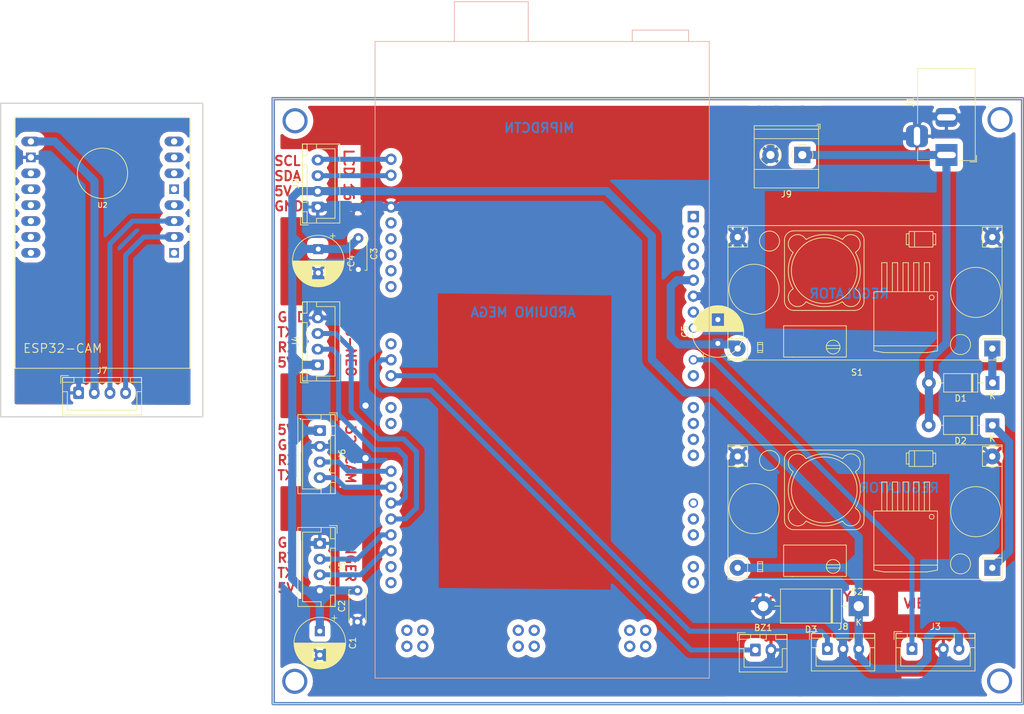
<source format=kicad_pcb>
(kicad_pcb (version 20221018) (generator pcbnew)
  (layers (0 "F.Cu" signal) (31 "B.Cu" signal) (34 "B.Paste" user) (35 "F.Paste" user) (36 "B.SilkS" user "B.Silkscreen") (37 "F.SilkS" user "F.Silkscreen") (38 "B.Mask" user) (39 "F.Mask" user) (44 "Edge.Cuts" user))
  (net 0 "")
  (net 4 "/D4 to relay")
  (net 5 "/D5 to buzzer")
  (net 6 "+5V")
  (net 8 "Net-(D1-K)")
  (net 12 "/RX Finger")
  (net 13 "/TX Finger")
  (net 14 "/RX GPS")
  (net 15 "/TX GPS")
  (net 30 "/A0 vibration")
  (net 41 "GND")
  (net 46 "/SCL")
  (net 47 "/SDA")
  (net 48 "+12V")
  (net 50 "/TX32cam")
  (net 51 "/RX32cam")
  (net 66 "Net-(D2-K)")
  (net 67 "/Vin 5V")
  (footprint "Diode_THT:D_DO-41_SOD81_P10.16mm_Horizontal" (layer "F.Cu") (at 261.359217 95.374747 180)
    (fp_text reference "D1" (at 5.08 -2.47) (layer "F.SilkS"))
    (fp_text value "1N5392")
    (fp_text user "K" (at 0 -2.1) (layer "F.SilkS"))
    (pad "1" thru_hole rect (at 0 0 180) (size 2.2 2.2) (drill 1.1) (layers "*.Cu" "*.Mask") (net 8 "Net-(D1-K)"))
    (pad "2" thru_hole oval (at 10.16 0 180) (size 2.2 2.2) (drill 1.1) (layers "*.Cu" "*.Mask") (net 48 "+12V"))
  )
  (footprint "Connector_JST:JST_XH_B4B-XH-A_1x04_P2.50mm_Vertical" (layer "F.Cu") (at 115.5 96.9765)
    (fp_text reference "J7" (at 3.75 -3.55) (layer "F.SilkS"))
    (fp_text value "pin esp32cam")
    (pad "1" thru_hole roundrect (at 0 0) (size 1.7 1.95) (drill 0.95) (layers "*.Cu" "*.Mask") (roundrect_rratio 0.147059) (net 41 "GND"))
    (pad "2" thru_hole oval (at 2.5 0) (size 1.7 1.95) (drill 0.95) (layers "*.Cu" "*.Mask") (net 6 "+5V"))
    (pad "3" thru_hole oval (at 5 0) (size 1.7 1.95) (drill 0.95) (layers "*.Cu" "*.Mask") (net 51 "/RX32cam"))
    (pad "4" thru_hole oval (at 7.5 0) (size 1.7 1.95) (drill 0.95) (layers "*.Cu" "*.Mask") (net 50 "/TX32cam"))
  )
  (footprint "Diode_THT:D_DO-41_SOD81_P10.16mm_Horizontal" (layer "F.Cu") (at 261.330949 102.144022 180)
    (fp_text reference "D2" (at 5.08 -2.47) (layer "F.SilkS"))
    (fp_text value "1N5392")
    (fp_text user "K" (at 0 -2.1) (layer "F.SilkS"))
    (pad "1" thru_hole rect (at 0 0 180) (size 2.2 2.2) (drill 1.1) (layers "*.Cu" "*.Mask") (net 66 "Net-(D2-K)"))
    (pad "2" thru_hole oval (at 10.16 0 180) (size 2.2 2.2) (drill 1.1) (layers "*.Cu" "*.Mask") (net 48 "+12V"))
  )
  (footprint "stepdown:YAAJ_DCDC_StepDown_LM2596" (layer "F.Cu") (at 261.32 89.89 180)
    (fp_text reference "S1" (at 21.59 -3.81) (layer "F.SilkS"))
    (fp_text value "~")
    (pad "1" thru_hole rect (at 0 0 180) (size 2.54 2.54) (drill 1) (layers "*.Cu" "*.Mask") (net 8 "Net-(D1-K)"))
    (pad "2" thru_hole circle (at 0 17.78 180) (size 2.54 2.54) (drill 1) (layers "*.Cu" "*.Mask") (net 41 "GND"))
    (pad "3" thru_hole circle (at 40.64 17.78 180) (size 2.54 2.54) (drill 1) (layers "*.Cu" "*.Mask") (net 41 "GND"))
    (pad "4" thru_hole circle (at 40.64 0 180) (size 2.54 2.54) (drill 1) (layers "*.Cu" "*.Mask") (net 67 "/Vin 5V"))
  )
  (footprint "TerminalBlock_Phoenix:TerminalBlock_Phoenix_MKDS-1,5-2-5.08_1x02_P5.08mm_Horizontal" (layer "F.Cu") (at 231 59 180)
    (fp_text reference "J9" (at 2.54 -6.26) (layer "F.SilkS"))
    (fp_text value "IN batt lipo")
    (pad "1" thru_hole rect (at 0 0 180) (size 2.6 2.6) (drill 1.3) (layers "*.Cu" "*.Mask") (net 48 "+12V"))
    (pad "2" thru_hole circle (at 5.08 0 180) (size 2.6 2.6) (drill 1.3) (layers "*.Cu" "*.Mask") (net 41 "GND"))
  )
  (footprint "Connector_JST:JST_XH_B2B-XH-A_1x02_P2.50mm_Vertical" (layer "F.Cu") (at 223.5 138)
    (fp_text reference "BZ1" (at 1.25 -3.55) (layer "F.SilkS"))
    (fp_text value "Buzzer")
    (pad "1" thru_hole roundrect (at 0 0) (size 1.7 2) (drill 1) (layers "*.Cu" "*.Mask") (roundrect_rratio 0.147059) (net 5 "/D5 to buzzer"))
    (pad "2" thru_hole oval (at 2.5 0) (size 1.7 2) (drill 1) (layers "*.Cu" "*.Mask") (net 41 "GND"))
  )
  (footprint "Connector_JST:JST_XH_B3B-XH-A_1x03_P2.50mm_Vertical" (layer "F.Cu") (at 235 137.83)
    (fp_text reference "J8" (at 2.5 -3.55) (layer "F.SilkS"))
    (fp_text value "uno to relay")
    (pad "1" thru_hole roundrect (at 0 0) (size 1.7 1.95) (drill 0.95) (layers "*.Cu" "*.Mask") (roundrect_rratio 0.147059) (net 4 "/D4 to relay"))
    (pad "2" thru_hole oval (at 2.5 0) (size 1.7 1.95) (drill 0.95) (layers "*.Cu" "*.Mask") (net 41 "GND"))
    (pad "3" thru_hole oval (at 5 0) (size 1.7 1.95) (drill 0.95) (layers "*.Cu" "*.Mask") (net 6 "+5V"))
  )
  (footprint "stepdown:YAAJ_DCDC_StepDown_LM2596" (layer "F.Cu") (at 261.32 124.89 180)
    (fp_text reference "S2" (at 21.59 -3.81) (layer "F.SilkS"))
    (fp_text value "~")
    (pad "1" thru_hole rect (at 0 0 180) (size 2.54 2.54) (drill 1) (layers "*.Cu" "*.Mask") (net 66 "Net-(D2-K)"))
    (pad "2" thru_hole circle (at 0 17.78 180) (size 2.54 2.54) (drill 1) (layers "*.Cu" "*.Mask") (net 41 "GND"))
    (pad "3" thru_hole circle (at 40.64 17.78 180) (size 2.54 2.54) (drill 1) (layers "*.Cu" "*.Mask") (net 41 "GND"))
    (pad "4" thru_hole circle (at 40.64 0 180) (size 2.54 2.54) (drill 1) (layers "*.Cu" "*.Mask") (net 6 "+5V"))
  )
  (footprint "Capacitor_THT:C_Disc_D5.0mm_W2.5mm_P5.00mm" (layer "F.Cu") (at 160.142915 72.279983 -90)
    (fp_text reference "C3" (at 2.5 -2.5 90) (layer "F.SilkS"))
    (fp_text value "C")
    (pad "1" thru_hole circle (at 0 0 270) (size 1.6 1.6) (drill 0.8) (layers "*.Cu" "*.Mask") (net 6 "+5V"))
    (pad "2" thru_hole circle (at 5 0 270) (size 1.6 1.6) (drill 0.8) (layers "*.Cu" "*.Mask") (net 41 "GND"))
  )
  (footprint "Connector_JST:JST_XH_B4B-XH-A_1x04_P2.50mm_Vertical" (layer "F.Cu") (at 248.5 137.83)
    (fp_text reference "J3" (at 3.75 -3.55) (layer "F.SilkS"))
    (fp_text value "vibra SW-18010p")
    (pad "1" thru_hole roundrect (at 0 0) (size 1.7 1.95) (drill 0.95) (layers "*.Cu" "*.Mask") (roundrect_rratio 0.147059) (net 30 "/A0 vibration"))
    (pad "3" thru_hole oval (at 5 0) (size 1.7 1.95) (drill 0.95) (layers "*.Cu" "*.Mask") (net 41 "GND"))
    (pad "4" thru_hole oval (at 7.5 0) (size 1.7 1.95) (drill 0.95) (layers "*.Cu" "*.Mask") (net 6 "+5V"))
  )
  (footprint "Connector_JST:JST_XH_B4B-XH-A_1x04_P2.50mm_Vertical" (layer "F.Cu") (at 153.67 67.31 90)
    (fp_text reference "J2" (at 3.75 -3.55 90) (layer "F.SilkS"))
    (fp_text value "LCD 16x2")
    (pad "1" thru_hole roundrect (at 0 0 90) (size 1.7 1.95) (drill 0.95) (layers "*.Cu" "*.Mask") (roundrect_rratio 0.147059) (net 41 "GND"))
    (pad "2" thru_hole oval (at 2.5 0 90) (size 1.7 1.95) (drill 0.95) (layers "*.Cu" "*.Mask") (net 6 "+5V"))
    (pad "3" thru_hole oval (at 5 0 90) (size 1.7 1.95) (drill 0.95) (layers "*.Cu" "*.Mask") (net 47 "/SDA"))
    (pad "4" thru_hole oval (at 7.5 0 90) (size 1.7 1.95) (drill 0.95) (layers "*.Cu" "*.Mask") (net 46 "/SCL"))
  )
  (footprint "Connector_JST:JST_XH_B4B-XH-A_1x04_P2.50mm_Vertical" (layer "F.Cu") (at 154 121 -90)
    (fp_text reference "J5" (at 3.75 -3.55 -90) (layer "F.SilkS"))
    (fp_text value "Finger print FPM10A")
    (pad "1" thru_hole roundrect (at 0 0 270) (size 1.7 1.95) (drill 0.95) (layers "*.Cu" "*.Mask") (roundrect_rratio 0.147059) (net 41 "GND"))
    (pad "2" thru_hole oval (at 2.5 0 270) (size 1.7 1.95) (drill 0.95) (layers "*.Cu" "*.Mask") (net 12 "/RX Finger"))
    (pad "3" thru_hole oval (at 5 0 270) (size 1.7 1.95) (drill 0.95) (layers "*.Cu" "*.Mask") (net 13 "/TX Finger"))
    (pad "4" thru_hole oval (at 7.5 0 270) (size 1.7 1.95) (drill 0.95) (layers "*.Cu" "*.Mask") (net 6 "+5V"))
  )
  (footprint "Connector_JST:JST_XH_B4B-XH-A_1x04_P2.50mm_Vertical" (layer "F.Cu") (at 153.67 92.5 90)
    (fp_text reference "J4" (at 3.75 -3.55 90) (layer "F.SilkS"))
    (fp_text value "GPS NEO 6M v2")
    (pad "1" thru_hole roundrect (at 0 0 90) (size 1.7 1.95) (drill 0.95) (layers "*.Cu" "*.Mask") (roundrect_rratio 0.147059) (net 6 "+5V"))
    (pad "2" thru_hole oval (at 2.5 0 90) (size 1.7 1.95) (drill 0.95) (layers "*.Cu" "*.Mask") (net 14 "/RX GPS"))
    (pad "3" thru_hole oval (at 5 0 90) (size 1.7 1.95) (drill 0.95) (layers "*.Cu" "*.Mask") (net 15 "/TX GPS"))
    (pad "4" thru_hole oval (at 7.5 0 90) (size 1.7 1.95) (drill 0.95) (layers "*.Cu" "*.Mask") (net 41 "GND"))
  )
  (footprint "Capacitor_THT:CP_Radial_D8.0mm_P3.80mm" (layer "F.Cu") (at 217.520785 89.074829 90)
    (fp_text reference "C5" (at 1.9 -5.25 90) (layer "F.SilkS"))
    (fp_text value "1000uF")
    (pad "1" thru_hole rect (at 0 0 90) (size 1.6 1.6) (drill 0.8) (layers "*.Cu" "*.Mask") (net 67 "/Vin 5V"))
    (pad "2" thru_hole circle (at 3.8 0 90) (size 1.6 1.6) (drill 0.8) (layers "*.Cu" "*.Mask") (net 41 "GND"))
  )
  (footprint "Capacitor_THT:CP_Radial_D8.0mm_P3.80mm" (layer "F.Cu") (at 153.74434 74.027089 -90)
    (fp_text reference "C4" (at 1.9 -5.25 90) (layer "F.SilkS"))
    (fp_text value "2200uF")
    (pad "1" thru_hole rect (at 0 0 270) (size 1.6 1.6) (drill 0.8) (layers "*.Cu" "*.Mask") (net 6 "+5V"))
    (pad "2" thru_hole circle (at 3.8 0 270) (size 1.6 1.6) (drill 0.8) (layers "*.Cu" "*.Mask") (net 41 "GND"))
  )
  (footprint "Diode_THT:D_DO-201AD_P15.24mm_Horizontal" (layer "F.Cu") (at 240 131 180)
    (fp_text reference "D3" (at 7.62 -3.72 180) (layer "F.SilkS"))
    (fp_text value "1N5822")
    (fp_text user "K" (at 0 -2.6 180) (layer "F.SilkS"))
    (pad "1" thru_hole rect (at 0 0 180) (size 3.2 3.2) (drill 1.6) (layers "*.Cu" "*.Mask") (net 6 "+5V"))
    (pad "2" thru_hole oval (at 15.24 0 180) (size 3.2 3.2) (drill 1.6) (layers "*.Cu" "*.Mask") (net 41 "GND"))
  )
  (footprint "Capacitor_THT:CP_Radial_D8.0mm_P3.80mm" (layer "F.Cu") (at 154 135 -90)
    (fp_text reference "C1" (at 1.9 -5.25 90) (layer "F.SilkS"))
    (fp_text value "2200uF")
    (pad "1" thru_hole rect (at 0 0 270) (size 1.6 1.6) (drill 0.8) (layers "*.Cu" "*.Mask") (net 6 "+5V"))
    (pad "2" thru_hole circle (at 3.8 0 270) (size 1.6 1.6) (drill 0.8) (layers "*.Cu" "*.Mask") (net 41 "GND"))
  )
  (footprint "ESP32CAM:ESP32-CAM" (layer "F.Cu") (at 119.31 67.006 180)
    (fp_text reference "U2" (at 0 0) (layer "F.SilkS") (effects (font (size 0.787402 0.787402))))
    (fp_text value "ESP32-CAM")
    (fp_text user "ESP32-CAM" (at 6.35 -22.86) (layer "F.SilkS") (effects (font (size 1.4 1.4))))
    (pad "P$1" thru_hole rect (at -11.43 -7.62 180) (size 1.524 1.524) (drill 1.016) (layers "*.Cu" "*.Mask"))
    (pad "P$2" thru_hole oval (at -11.43 -5.08 180) (size 3.048 1.524) (drill 1.016) (layers "*.Cu" "*.Mask") (net 50 "/TX32cam"))
    (pad "P$3" thru_hole oval (at -11.43 -2.54 180) (size 3.048 1.524) (drill 1.016) (layers "*.Cu" "*.Mask") (net 51 "/RX32cam"))
    (pad "P$4" thru_hole oval (at -11.43 0 180) (size 3.048 1.524) (drill 1.016) (layers "*.Cu" "*.Mask"))
    (pad "P$5" thru_hole rect (at -11.43 2.54 180) (size 1.524 1.524) (drill 1.016) (layers "*.Cu" "*.Mask"))
    (pad "P$6" thru_hole oval (at -11.43 5.08 180) (size 3.048 1.524) (drill 1.016) (layers "*.Cu" "*.Mask"))
    (pad "P$7" thru_hole oval (at -11.43 7.62 180) (size 3.048 1.524) (drill 1.016) (layers "*.Cu" "*.Mask"))
    (pad "P$8" thru_hole oval (at -11.43 10.16 180) (size 3.048 1.524) (drill 1.016) (layers "*.Cu" "*.Mask"))
    (pad "P$9" thru_hole oval (at 11.43 10.16 180) (size 3.048 1.524) (drill 1.016) (layers "*.Cu" "*.Mask") (net 6 "+5V"))
    (pad "P$10" thru_hole rect (at 11.43 7.62 180) (size 1.524 1.524) (drill 1.016) (layers "*.Cu" "*.Mask") (net 41 "GND"))
    (pad "P$11" thru_hole oval (at 11.43 5.08 180) (size 3.048 1.524) (drill 1.016) (layers "*.Cu" "*.Mask"))
    (pad "P$12" thru_hole oval (at 11.43 2.54 180) (size 3.048 1.524) (drill 1.016) (layers "*.Cu" "*.Mask"))
    (pad "P$13" thru_hole oval (at 11.43 0 180) (size 3.048 1.524) (drill 1.016) (layers "*.Cu" "*.Mask"))
    (pad "P$14" thru_hole oval (at 11.43 -2.54 180) (size 3.048 1.524) (drill 1.016) (layers "*.Cu" "*.Mask"))
    (pad "P$15" thru_hole oval (at 11.43 -5.08 180) (size 3.048 1.524) (drill 1.016) (layers "*.Cu" "*.Mask"))
    (pad "P$16" thru_hole oval (at 11.43 -7.62 180) (size 3.048 1.524) (drill 1.016) (layers "*.Cu" "*.Mask"))
  )
  (footprint "Capacitor_THT:C_Disc_D5.0mm_W2.5mm_P5.00mm" (layer "F.Cu") (at 160 133.514075 90)
    (fp_text reference "C2" (at 2.5 -2.5 90) (layer "F.SilkS"))
    (fp_text value "C")
    (pad "1" thru_hole circle (at 0 0 90) (size 1.6 1.6) (drill 0.8) (layers "*.Cu" "*.Mask") (net 6 "+5V"))
    (pad "2" thru_hole circle (at 5 0 90) (size 1.6 1.6) (drill 0.8) (layers "*.Cu" "*.Mask") (net 41 "GND"))
  )
  (footprint "Connector_BarrelJack:BarrelJack_Horizontal" (layer "F.Cu") (at 254 59 -90)
    (fp_text reference "J1" (at -8.45 5.75 90) (layer "F.SilkS"))
    (fp_text value "Power")
    (pad "1" thru_hole rect (at 0 0 270) (size 3.5 3.5) (drill oval 1 3) (layers "*.Cu" "*.Mask") (net 48 "+12V"))
    (pad "2" thru_hole roundrect (at -6 0 270) (size 3 3.5) (drill oval 1 3) (layers "*.Cu" "*.Mask") (net 41 "GND"))
    (pad "3" thru_hole roundrect (at -3 4.7 270) (size 3.5 3.5) (drill oval 3 1) (layers "*.Cu" "*.Mask") (net 41 "GND"))
  )
  (footprint "Connector_JST:JST_XH_B4B-XH-A_1x04_P2.50mm_Vertical" (layer "F.Cu") (at 154 103 -90)
    (fp_text reference "J6" (at 3.75 -3.55 90) (layer "F.SilkS"))
    (fp_text value "pin esp32cam")
    (pad "1" thru_hole roundrect (at 0 0 270) (size 1.7 1.95) (drill 0.95) (layers "*.Cu" "*.Mask") (roundrect_rratio 0.147059) (net 6 "+5V"))
    (pad "2" thru_hole oval (at 2.5 0 270) (size 1.7 1.95) (drill 0.95) (layers "*.Cu" "*.Mask") (net 41 "GND"))
    (pad "3" thru_hole oval (at 5 0 270) (size 1.7 1.95) (drill 0.95) (layers "*.Cu" "*.Mask") (net 51 "/RX32cam"))
    (pad "4" thru_hole oval (at 7.5 0 270) (size 1.7 1.95) (drill 0.95) (layers "*.Cu" "*.Mask") (net 50 "/TX32cam"))
  )
  (footprint "Arduino mega:ARDUINO_A000067" (layer "B.Cu") (at 189.484 91.694 180)
    (fp_text reference "A2" hide)
    (fp_text value "A000067")
    (pad "1" thru_hole circle (at 24.13 -10.16 180) (size 1.8 1.8) (drill 1) (layers "*.Cu" "*.Mask"))
    (pad "2" thru_hole circle (at 24.13 -7.62 180) (size 1.8 1.8) (drill 1) (layers "*.Cu" "*.Mask"))
    (pad "3V3" thru_hole circle (at -24.13 15.24 180) (size 1.8 1.8) (drill 1) (layers "*.Cu" "*.Mask"))
    (pad "4" thru_hole circle (at 24.13 -2.54 180) (size 1.8 1.8) (drill 1) (layers "*.Cu" "*.Mask") (net 4 "/D4 to relay"))
    (pad "5" thru_hole circle (at 24.13 0 180) (size 1.8 1.8) (drill 1) (layers "*.Cu" "*.Mask") (net 5 "/D5 to buzzer"))
    (pad "5V_1" thru_hole circle (at -24.13 12.7 180) (size 1.8 1.8) (drill 1) (layers "*.Cu" "*.Mask") (net 67 "/Vin 5V"))
    (pad "6" thru_hole circle (at 24.13 2.54 180) (size 1.8 1.8) (drill 1) (layers "*.Cu" "*.Mask"))
    (pad "9" thru_hole circle (at 24.13 11.684 180) (size 1.8 1.8) (drill 1) (layers "*.Cu" "*.Mask"))
    (pad "10" thru_hole circle (at 24.13 14.224 180) (size 1.8 1.8) (drill 1) (layers "*.Cu" "*.Mask"))
    (pad "11" thru_hole circle (at 24.13 16.764 180) (size 1.8 1.8) (drill 1) (layers "*.Cu" "*.Mask"))
    (pad "12" thru_hole circle (at 24.13 19.304 180) (size 1.8 1.8) (drill 1) (layers "*.Cu" "*.Mask"))
    (pad "13" thru_hole circle (at 24.13 21.844 180) (size 1.8 1.8) (drill 1) (layers "*.Cu" "*.Mask"))
    (pad "14" thru_hole circle (at 24.13 -17.78 180) (size 1.8 1.8) (drill 1) (layers "*.Cu" "*.Mask") (net 51 "/RX32cam"))
    (pad "15" thru_hole circle (at 24.13 -20.32 180) (size 1.8 1.8) (drill 1) (layers "*.Cu" "*.Mask") (net 50 "/TX32cam"))
    (pad "16" thru_hole circle (at 24.13 -22.86 180) (size 1.8 1.8) (drill 1) (layers "*.Cu" "*.Mask") (net 14 "/RX GPS"))
    (pad "17" thru_hole circle (at 24.13 -25.4 180) (size 1.8 1.8) (drill 1) (layers "*.Cu" "*.Mask") (net 15 "/TX GPS"))
    (pad "18" thru_hole circle (at 24.13 -27.94 180) (size 1.8 1.8) (drill 1) (layers "*.Cu" "*.Mask") (net 12 "/RX Finger"))
    (pad "19" thru_hole circle (at 24.13 -30.48 180) (size 1.8 1.8) (drill 1) (layers "*.Cu" "*.Mask") (net 13 "/TX Finger"))
    (pad "20" thru_hole circle (at 24.13 -33.02 180) (size 1.8 1.8) (drill 1) (layers "*.Cu" "*.Mask"))
    (pad "21" thru_hole circle (at 24.13 -35.56 180) (size 1.8 1.8) (drill 1) (layers "*.Cu" "*.Mask"))
    (pad "22" thru_hole circle (at 21.59 -43.18 180) (size 1.8 1.8) (drill 1) (layers "*.Cu" "*.Mask"))
    (pad "23" thru_hole circle (at 21.59 -45.72 180) (size 1.8 1.8) (drill 1) (layers "*.Cu" "*.Mask"))
    (pad "24" thru_hole circle (at 19.05 -43.18 180) (size 1.8 1.8) (drill 1) (layers "*.Cu" "*.Mask"))
    (pad "25" thru_hole circle (at 19.05 -45.72 180) (size 1.8 1.8) (drill 1) (layers "*.Cu" "*.Mask"))
    (pad "36" thru_hole circle (at 3.81 -43.18 180) (size 1.8 1.8) (drill 1) (layers "*.Cu" "*.Mask"))
    (pad "37" thru_hole circle (at 3.81 -45.72 180) (size 1.8 1.8) (drill 1) (layers "*.Cu" "*.Mask"))
    (pad "38" thru_hole circle (at 1.27 -43.18 180) (size 1.8 1.8) (drill 1) (layers "*.Cu" "*.Mask"))
    (pad "39" thru_hole circle (at 1.27 -45.72 180) (size 1.8 1.8) (drill 1) (layers "*.Cu" "*.Mask"))
    (pad "50" thru_hole circle (at -13.97 -43.18 180) (size 1.8 1.8) (drill 1) (layers "*.Cu" "*.Mask"))
    (pad "51" thru_hole circle (at -13.97 -45.72 180) (size 1.8 1.8) (drill 1) (layers "*.Cu" "*.Mask"))
    (pad "52" thru_hole circle (at -16.51 -43.18 180) (size 1.8 1.8) (drill 1) (layers "*.Cu" "*.Mask"))
    (pad "53" thru_hole circle (at -16.51 -45.72 180) (size 1.8 1.8) (drill 1) (layers "*.Cu" "*.Mask"))
    (pad "AD0" thru_hole circle (at -24.13 0 180) (size 1.5 1.5) (drill 1) (layers "*.Cu" "*.Mask") (net 30 "/A0 vibration"))
    (pad "AD1" thru_hole circle (at -24.13 -2.54 180) (size 1.8 1.8) (drill 1) (layers "*.Cu" "*.Mask"))
    (pad "AD3" thru_hole circle (at -24.13 -7.62 180) (size 1.8 1.8) (drill 1) (layers "*.Cu" "*.Mask"))
    (pad "AD4" thru_hole circle (at -24.13 -10.16 180) (size 1.8 1.8) (drill 1) (layers "*.Cu" "*.Mask"))
    (pad "AD5" thru_hole circle (at -24.13 -12.7 180) (size 1.8 1.8) (drill 1) (layers "*.Cu" "*.Mask"))
    (pad "AD6" thru_hole circle (at -24.13 -15.24 180) (size 1.8 1.8) (drill 1) (layers "*.Cu" "*.Mask"))
    (pad "AD8" thru_hole circle (at -24.13 -22.86 180) (size 1.5 1.5) (drill 1) (layers "*.Cu" "*.Mask"))
    (pad "AD9" thru_hole circle (at -24.13 -25.4 180) (size 1.8 1.8) (drill 1) (layers "*.Cu" "*.Mask"))
    (pad "AD10" thru_hole circle (at -24.13 -27.94 180) (size 1.8 1.8) (drill 1) (layers "*.Cu" "*.Mask"))
    (pad "AD12" thru_hole circle (at -24.13 -33.02 180) (size 1.8 1.8) (drill 1) (layers "*.Cu" "*.Mask"))
    (pad "AD13" thru_hole circle (at -24.13 -35.56 180) (size 1.8 1.8) (drill 1) (layers "*.Cu" "*.Mask"))
    (pad "GND1" thru_hole circle (at -24.13 10.16 180) (size 1.8 1.8) (drill 1) (layers "*.Cu" "*.Mask") (net 41 "GND"))
    (pad "GND2" thru_hole circle (at -24.13 7.62 180) (size 1.8 1.8) (drill 1) (layers "*.Cu" "*.Mask"))
    (pad "GND3" thru_hole circle (at 24.13 24.384 180) (size 1.8 1.8) (drill 1) (layers "*.Cu" "*.Mask") (net 41 "GND"))
    (pad "IOREF" thru_hole circle (at -24.13 20.32 180) (size 1.8 1.8) (drill 1) (layers "*.Cu" "*.Mask"))
    (pad "NC" thru_hole rect (at -24.13 22.86 180) (size 1.8 1.8) (drill 1) (layers "*.Cu" "*.Mask"))
    (pad "RESET" thru_hole circle (at -24.13 17.78 180) (size 1.8 1.8) (drill 1) (layers "*.Cu" "*.Mask"))
    (pad "SCL" thru_hole circle (at 24.13 32.004 180) (size 1.8 1.8) (drill 1) (layers "*.Cu" "*.Mask") (net 46 "/SCL"))
    (pad "SDA" thru_hole circle (at 24.13 29.464 180) (size 1.8 1.8) (drill 1) (layers "*.Cu" "*.Mask") (net 47 "/SDA"))
    (pad "VIN" thru_hole circle (at -24.13 5.08 180) (size 1.5 1.5) (drill 1) (layers "*.Cu" "*.Mask"))
  )
  (gr_rect (start 146.558 50.004) (end 266.142 146.558) (stroke (width 0.5)) (fill none) (layer "F.Cu"))
  (gr_rect (start 146.558 50.004) (end 266.142 146.558) (stroke (width 0.5)) (fill none) (layer "B.Cu"))
  (gr_rect (start 146.558 50.004) (end 266.142 146.558) (stroke (width 0.2)) (fill none) (layer "Edge.Cuts"))
  (gr_rect (start 103.054 50.75) (end 135.312 100.788) (stroke (width 0.2)) (fill none) (layer "Edge.Cuts"))
  (gr_text "D4 G 5V\n\n" (at 231.618 147.83) (layer "F.Cu") (effects (font (size 1.5 1.5) (thickness 0.3) bold) (justify left bottom)))
  (gr_text "FINGER" (at 158 119 -90) (layer "F.Cu") (effects (font (size 1.5 1.5) (thickness 0.3) bold) (justify left bottom)))
  (gr_text "32-CAM" (at 158 102 270) (layer "F.Cu") (effects (font (size 1.5 1.5) (thickness 0.3) bold) (justify left bottom)))
  (gr_text "GND\nTX\nRX\n5V" (at 147.066 93) (layer "F.Cu") (effects (font (size 1.5 1.5) (thickness 0.3) bold) (justify left bottom)))
  (gr_text "LCD 16x2" (at 157.734 57.912 270) (layer "F.Cu") (effects (font (size 1.5 1.5) (thickness 0.3) bold) (justify left bottom)))
  (gr_text "GPS-NEO" (at 158.055193 83.363714 270) (layer "F.Cu") (effects (font (size 1.5 1.5) (thickness 0.3) bold) (justify left bottom)))
  (gr_text "GND 12V" (at 223 53) (layer "F.Cu") (effects (font (size 1.5 1.5) (thickness 0.3) bold) (justify left bottom)))
  (gr_text "A0  G 5V\n" (at 247.541748 145) (layer "F.Cu") (effects (font (size 1.5 1.5) (thickness 0.3) bold) (justify left bottom)))
  (gr_text "G\nRX\nTX\n5V" (at 147.066 129) (layer "F.Cu") (effects (font (size 1.5 1.5) (thickness 0.3) bold) (justify left bottom)))
  (gr_text "5V\nG\nRX\nTX" (at 147.066 111) (layer "F.Cu") (effects (font (size 1.5 1.5) (thickness 0.3) bold) (justify left bottom)))
  (gr_text "SCL\nSDA\n5V\nGND" (at 146.558 68.072) (layer "F.Cu") (effects (font (size 1.5 1.5) (thickness 0.3) bold) (justify left bottom)))
  (gr_text "BUZZER" (at 219.456 131.318) (layer "F.Cu") (effects (font (size 1.5 1.5) (thickness 0.3) bold) (justify left bottom)))
  (gr_text "VIBRATION" (at 247 131.455236) (layer "F.Cu") (effects (font (size 1.5 1.5) (thickness 0.3) bold) (justify left bottom)))
  (gr_text "RELAY" (at 231.979928 130.37746) (layer "F.Cu") (effects (font (size 1.5 1.5) (thickness 0.3) bold) (justify left bottom)))
  (gr_text "D4  GND" (at 219.456 145.288) (layer "F.Cu") (effects (font (size 1.5 1.5) (thickness 0.3) bold) (justify left bottom)))
  (gr_text "REGULATOR" (at 253 113) (layer "B.Cu") (effects (font (size 1.5 1.5) (thickness 0.3) bold) (justify left bottom mirror)))
  (gr_text "MIPRDCTN" (at 194.777722 55.565547) (layer "B.Cu") (effects (font (size 1.5 1.5) (thickness 0.3) bold) (justify left bottom mirror)))
  (gr_text "ARDUINO MEGA" (at 195 85) (layer "B.Cu") (effects (font (size 1.5 1.5) (thickness 0.3) bold) (justify left bottom mirror)))
  (gr_text "REGULATOR" (at 245 82) (layer "B.Cu") (effects (font (size 1.5 1.5) (thickness 0.3) bold) (justify left bottom mirror)))
  (via (at 262.561201 53.352189) (size 4) (drill 3) (layers "F.Cu" "B.Cu") (net 0))
  (via (at 150.045968 53.541018) (size 4) (drill 3) (layers "F.Cu" "B.Cu") (net 0))
  (via (at 150 143) (size 4) (drill 3) (layers "F.Cu" "B.Cu") (net 0))
  (via (at 262.482953 142.945057) (size 4) (drill 3) (layers "F.Cu" "B.Cu") (net 0))
  (segment (start 235 137.83) (end 235 136) (width 0.8) (layer "B.Cu") (net 4))
  (segment (start 172.234 94.234) (end 165.354 94.234) (width 0.8) (layer "B.Cu") (net 4))
  (segment (start 235 136) (end 234 135) (width 0.8) (layer "B.Cu") (net 4))
  (segment (start 213 135) (end 172.234 94.234) (width 0.8) (layer "B.Cu") (net 4))
  (segment (start 234 135) (end 213 135) (width 0.8) (layer "B.Cu") (net 4))
  (segment (start 163.068 92.456) (end 163.83 91.694) (width 0.8) (layer "B.Cu") (net 5))
  (segment (start 163.068 95.758) (end 163.068 92.456) (width 0.8) (layer "B.Cu") (net 5))
  (segment (start 223.5 138) (end 213.208519 138) (width 0.8) (layer "B.Cu") (net 5))
  (segment (start 171.728519 96.52) (end 163.83 96.52) (width 0.8) (layer "B.Cu") (net 5))
  (segment (start 163.83 91.694) (end 165.354 91.694) (width 0.8) (layer "B.Cu") (net 5))
  (segment (start 213.208519 138) (end 171.728519 96.52) (width 0.8) (layer "B.Cu") (net 5))
  (segment (start 163.83 96.52) (end 163.068 95.758) (width 0.8) (layer "B.Cu") (net 5))
  (segment (start 152 103) (end 149.606 103) (width 1.3) (layer "B.Cu") (net 6))
  (segment (start 212.250747 96.912118) (end 207 91.661371) (width 1.3) (layer "B.Cu") (net 6))
  (segment (start 149.606 65.786) (end 149.606 72) (width 1.3) (layer "B.Cu") (net 6))
  (segment (start 252 135) (end 255.099582 135) (width 1.3) (layer "B.Cu") (net 6))
  (segment (start 207 91.661371) (end 207 72) (width 1.3) (layer "B.Cu") (net 6))
  (segment (start 152 128.5) (end 151.5 128.5) (width 1.3) (layer "B.Cu") (net 6))
  (segment (start 154 103) (end 152 103) (width 1.3) (layer "B.Cu") (net 6))
  (segment (start 149.606 103) (end 149.606 104) (width 1.3) (layer "B.Cu") (net 6))
  (segment (start 216.912118 96.912118) (end 212.250747 96.912118) (width 1.3) (layer "B.Cu") (net 6))
  (segment (start 249.377126 141) (end 251 139.377126) (width 1.3) (layer "B.Cu") (net 6))
  (segment (start 118.04 63.196) (end 111.69 56.846) (width 1.3) (layer "B.Cu") (net 6))
  (segment (start 238.11 125.11) (end 240 127) (width 1.3) (layer "B.Cu") (net 6))
  (segment (start 151.768 103) (end 151.606 103) (width 1.3) (layer "B.Cu") (net 6))
  (segment (start 154 74) (end 151 74) (width 1.3) (layer "B.Cu") (net 6))
  (segment (start 154 130.5) (end 156 128.5) (width 1.3) (layer "B.Cu") (net 6))
  (segment (start 240 137.83) (end 240 138.988685) (width 1.3) (layer "B.Cu") (net 6))
  (segment (start 149.606 110.208741) (end 149.606 108.966) (width 1.3) (layer "B.Cu") (net 6))
  (segment (start 111.69 56.846) (end 107.88 56.846) (width 1.3) (layer "B.Cu") (net 6))
  (segment (start 154 74) (end 158.419188 74) (width 1.3) (layer "B.Cu") (net 6))
  (segment (start 240 123) (end 240 120) (width 1.3) (layer "B.Cu") (net 6))
  (segment (start 256 135.900418) (end 256 137.83) (width 1.3) (layer "B.Cu") (net 6))
  (segment (start 251 139.377126) (end 251 136) (width 1.3) (layer "B.Cu") (net 6))
  (segment (start 151.606 103) (end 149.606 105) (width 1.3) (layer "B.Cu") (net 6))
  (segment (start 149.578741 126.578741) (end 149.578741 110.236) (width 1.3) (layer "B.Cu") (net 6))
  (segment (start 240 120) (end 216.912118 96.912118) (width 1.3) (layer "B.Cu") (net 6))
  (segment (start 151 92.5) (end 151 92.394) (width 1.3) (layer "B.Cu") (net 6))
  (segment (start 151.606 74) (end 149.606 72) (width 1.3) (layer "B.Cu") (net 6))
  (segment (start 238.11 124.89) (end 238.11 125.11) (width 1.3) (layer "B.Cu") (net 6))
  (segment (start 154 130.5) (end 152 128.5) (width 1.3) (layer "B.Cu") (net 6))
  (segment (start 149.606 101.854) (end 149.86 101.854) (width 0.8) (layer "B.Cu") (net 6))
  (segment (start 207 72) (end 199.77 64.77) (width 1.3) (layer "B.Cu") (net 6))
  (segment (start 149.606 93) (end 149.606 94) (width 1.3) (layer "B.Cu") (net 6))
  (segment (start 149.606 94) (end 149.606 95) (width 1.3) (layer "B.Cu") (net 6))
  (segment (start 149.606 105) (end 149.606 107) (width 1.3) (layer "B.Cu") (net 6))
  (segment (start 149.606 107) (end 149.606 108.821962) (width 1.3) (layer "B.Cu") (net 6))
  (segment (start 240 124.89) (end 238 124.89) (width 1.3) (layer "B.Cu") (net 6))
  (segment (start 118.04 96.998) (end 118.04 63.196) (width 1.3) (layer "B.Cu") (net 6))
  (segment (start 238.11 124.89) (end 240 123) (width 1.3) (layer "B.Cu") (net 6))
  (segment (start 242.011315 141) (end 249.377126 141) (width 1.3) (layer "B.Cu") (net 6))
  (segment (start 238 124.89) (end 220.68 124.89) (width 1.3) (layer "B.Cu") (net 6))
  (segment (start 149.606 101.854) (end 149.606 103) (width 1.3) (layer "B.Cu") (net 6))
  (segment (start 152 103) (end 151.768 103) (width 1.3) (layer "B.Cu") (net 6))
  (segment (start 149.606 91) (end 149.606 93) (width 1.3) (layer "B.Cu") (net 6))
  (segment (start 160 128.5) (end 156 128.5) (width 1.3) (layer "B.Cu") (net 6))
  (segment (start 149.606 96) (end 149.606 100.838) (width 1.3) (layer "B.Cu") (net 6))
  (segment (start 156 128.5) (end 152 128.5) (width 1.3) (layer "B.Cu") (net 6))
  (segment (start 151 92.394) (end 149.606 91) (width 1.3) (layer "B.Cu") (net 6))
  (segment (start 149.606 74) (end 149.606 76) (width 1.3) (layer "B.Cu") (net 6))
  (segment (start 149.606 104) (end 149.606 105) (width 1.3) (layer "B.Cu") (net 6))
  (segment (start 149.606 76) (end 149.606 91) (width 1.3) (layer "B.Cu") (net 6))
  (segment (start 151 92.606) (end 149.606 94) (width 1.3) (layer "B.Cu") (net 6))
  (segment (start 151 74) (end 149.606 74) (width 1.3) (layer "B.Cu") (net 6))
  (segment (start 151 74) (end 151.606 74) (width 1.3) (layer "B.Cu") (net 6))
  (segment (start 240 138.988685) (end 242.011315 141) (width 1.3) (layer "B.Cu") (net 6))
  (segment (start 154 131) (end 154 128.5) (width 1.3) (layer "B.Cu") (net 6))
  (segment (start 255.099582 135) (end 256 135.900418) (width 1.3) (layer "B.Cu") (net 6))
  (segment (start 151.768 103) (end 149.606 100.838) (width 1.3) (layer "B.Cu") (net 6))
  (segment (start 151.5 128.5) (end 149.578741 126.578741) (width 1.3) (layer "B.Cu") (net 6))
  (segment (start 240 127) (end 240 123) (width 1.3) (layer "B.Cu") (net 6))
  (segment (start 154 131) (end 154 130.5) (width 1.3) (layer "B.Cu") (net 6))
  (segment (start 149.578741 110.236) (end 149.606 110.208741) (width 0.8) (layer "B.Cu") (net 6))
  (segment (start 149.606 95) (end 149.606 96) (width 1.3) (layer "B.Cu") (net 6))
  (segment (start 149.606 72) (end 149.606 74) (width 1.3) (layer "B.Cu") (net 6))
  (segment (start 251 136) (end 252 135) (width 1.3) (layer "B.Cu") (net 6))
  (segment (start 158.419188 74) (end 160.052398 72.36679) (width 1.3) (layer "B.Cu") (net 6))
  (segment (start 153.67 92.5) (end 151 92.5) (width 1.3) (layer "B.Cu") (net 6))
  (segment (start 199.77 64.77) (end 150.622 64.77) (width 1.3) (layer "B.Cu") (net 6))
  (segment (start 240 137.83) (end 240 127) (width 1.3) (layer "B.Cu") (net 6))
  (segment (start 154 135) (end 154 131) (width 1.3) (layer "B.Cu") (net 6))
  (segment (start 151.606 74) (end 149.606 76) (width 1.3) (layer "B.Cu") (net 6))
  (segment (start 149.606 100.838) (end 149.606 101.854) (width 1.3) (layer "B.Cu") (net 6))
  (segment (start 151 92.394) (end 151 92.606) (width 1.3) (layer "B.Cu") (net 6))
  (segment (start 150.622 64.77) (end 149.606 65.786) (width 1.3) (layer "B.Cu") (net 6))
  (segment (start 238 124.89) (end 238.11 124.89) (width 1.3) (layer "B.Cu") (net 6))
  (segment (start 261.359217 95.374747) (end 261.32 95.33553) (width 1.3) (layer "B.Cu") (net 8))
  (segment (start 261.32 95.33553) (end 261.32 89.89) (width 1.3) (layer "B.Cu") (net 8))
  (segment (start 159.964 123.5) (end 163.83 119.634) (width 0.8) (layer "B.Cu") (net 12))
  (segment (start 154 123.5) (end 159.964 123.5) (width 0.8) (layer "B.Cu") (net 12))
  (segment (start 163.83 119.634) (end 165.354 119.634) (width 0.8) (layer "B.Cu") (net 12))
  (segment (start 160.512 126) (end 164.338 122.174) (width 0.8) (layer "B.Cu") (net 13))
  (segment (start 164.338 122.174) (end 165.354 122.174) (width 0.8) (layer "B.Cu") (net 13))
  (segment (start 155 126) (end 160.512 126) (width 0.8) (layer "B.Cu") (net 13))
  (segment (start 167.64 113.661515) (end 166.747515 114.554) (width 0.8) (layer "B.Cu") (net 14))
  (segment (start 153.67 90) (end 156 90) (width 0.8) (layer "B.Cu") (net 14))
  (segment (start 157 100.394764) (end 162.637456 106.03222) (width 0.8) (layer "B.Cu") (net 14))
  (segment (start 157 91) (end 157 100.394764) (width 0.8) (layer "B.Cu") (net 14))
  (segment (start 156 90) (end 157 91) (width 0.8) (layer "B.Cu") (net 14))
  (segment (start 162.637456 106.03222) (end 166.465401 106.03222) (width 0.8) (layer "B.Cu") (net 14))
  (segment (start 166.747515 114.554) (end 165.354 114.554) (width 0.8) (layer "B.Cu") (net 14))
  (segment (start 167.64 107.206819) (end 167.64 113.661515) (width 0.8) (layer "B.Cu") (net 14))
  (segment (start 166.465401 106.03222) (end 167.64 107.206819) (width 0.8) (layer "B.Cu") (net 14))
  (segment (start 169.418 115.316) (end 169.418 106.365957) (width 0.8) (layer "B.Cu") (net 15))
  (segment (start 159 99.917) (end 159 90) (width 0.8) (layer "B.Cu") (net 15))
  (segment (start 156.5 87.5) (end 153.67 87.5) (width 0.8) (layer "B.Cu") (net 15))
  (segment (start 167.373426 104.321383) (end 163.404383 104.321383) (width 0.8) (layer "B.Cu") (net 15))
  (segment (start 167.64 117.094) (end 169.418 115.316) (width 0.8) (layer "B.Cu") (net 15))
  (segment (start 159 90) (end 156.5 87.5) (width 0.8) (layer "B.Cu") (net 15))
  (segment (start 163.404383 104.321383) (end 159 99.917) (width 0.8) (layer "B.Cu") (net 15))
  (segment (start 169.418 106.365957) (end 167.373426 104.321383) (width 0.8) (layer "B.Cu") (net 15))
  (segment (start 165.354 117.094) (end 167.64 117.094) (width 0.8) (layer "B.Cu") (net 15))
  (segment (start 213.614 91.694) (end 216.694 91.694) (width 0.8) (layer "B.Cu") (net 30))
  (segment (start 216.694 91.694) (end 248.5 123.5) (width 0.8) (layer "B.Cu") (net 30))
  (segment (start 248.5 123.5) (end 248.5 137.83) (width 0.8) (layer "B.Cu") (net 30))
  (segment (start 161.29 107.383297) (end 161.29 99) (width 0.8) (layer "F.Cu") (net 41))
  (segment (start 161.293218 107.386515) (end 161.29 107.383297) (width 0.8) (layer "F.Cu") (net 41))
  (via (at 161.29 99) (size 1.8) (drill 1) (layers "F.Cu" "B.Cu") (net 41))
  (via (at 161.293218 107.386515) (size 1.8) (drill 1) (layers "F.Cu" "B.Cu") (net 41))
  (segment (start 219.214 81.534) (end 220.68 83) (width 1.3) (layer "B.Cu") (net 41))
  (segment (start 250.15 52.85) (end 253.85 52.85) (width 1.3) (layer "B.Cu") (net 41))
  (segment (start 226 144) (end 229 144) (width 1.3) (layer "B.Cu") (net 41))
  (segment (start 220.68 107.11) (end 215.79 112) (width 1.3) (layer "B.Cu") (net 41))
  (segment (start 253.5 142) (end 253.5 142.5) (width 1.3) (layer "B.Cu") (net 41))
  (segment (start 239.455533 144) (end 240 144) (width 1.3) (layer "B.Cu") (net 41))
  (segment (start 237.5 134.5) (end 237.5 137.83) (width 1.3) (layer "B.Cu") (net 41))
  (segment (start 152 121) (end 154 121) (width 0.8) (layer "B.Cu") (net 41))
  (segment (start 256 144) (end 258.432054 141.567946) (width 1.3) (layer "B.Cu") (net 41))
  (segment (start 253.5 143.5) (end 253 144) (width 1.3) (layer "B.Cu") (net 41))
  (segment (start 160 137) (end 160 138.8) (width 1.3) (layer "B.Cu") (net 41))
  (segment (start 153.67 85) (end 158 85) (width 0.8) (layer "B.Cu") (net 41))
  (segment (start 220.68 84.68) (end 220.68 83) (width 1.3) (layer "B.Cu") (net 41))
  (segment (start 156.718 67.31) (end 157.734 67.31) (width 1.3) (layer "B.Cu") (net 41))
  (segment (start 155.702 67.31) (end 153.67 67.31) (width 0.8) (layer "B.Cu") (net 41))
  (segment (start 258.432054 107.542054) (end 258 107.11) (width 1.3) (layer "B.Cu") (net 41))
  (segment (start 160.2 137) (end 162 138.8) (width 1.3) (layer "B.Cu") (net 41))
  (segment (start 204 115) (end 204 122.005956) (width 1.3) (layer "B.Cu") (net 41))
  (segment (start 165.354 67.31) (end 197.31 67.31) (width 1.3) (layer "B.Cu") (net 41))
  (segment (start 219.214 81.466) (end 220.68 80) (width 1.3) (layer "B.Cu") (net 41))
  (segment (start 261.32 58.32) (end 261.32 72.11) (width 1.3) (layer "B.Cu") (net 41))
  (segment (start 237.429677 142) (end 235.429677 144) (width 1.3) (layer "B.Cu") (net 41))
  (segment (start 204 110) (end 204 109) (width 1.3) (layer "B.Cu") (net 41))
  (segment (start 204 109) (end 204 115) (width 1.3) (layer "B.Cu") (net 41))
  (segment (start 160 137) (end 160.2 137) (width 1.3) (layer "B.Cu") (net 41))
  (segment (start 249.3 53.7) (end 250.15 52.85) (width 1.3) (layer "B.Cu") (net 41))
  (segment (start 160 133.5) (end 160 137) (width 1.3) (layer "B.Cu") (net 41))
  (segment (start 226 142) (end 224 144) (width 1.3) (layer "B.Cu") (net 41))
  (segment (start 256 53) (end 261.32 58.32) (width 1.3) (layer "B.Cu") (net 41))
  (segment (start 257 107.11) (end 249.11 107.11) (width 1.3) (layer "B.Cu") (net 41))
  (segment (start 235 144) (end 238 144) (width 1.3) (layer "B.Cu") (net 41))
  (segment (start 162 138.8) (end 164.3 138.8) (width 1.3) (layer "B.Cu") (net 41))
  (segment (start 237.5 137.83) (end 237.5 142) (width 1.3) (layer "B.Cu") (net 41))
  (segment (start 255 144) (end 256 144) (width 1.3) (layer "B.Cu") (net 41))
  (segment (start 219 81.534) (end 213.614 81.534) (width 1.3) (layer "B.Cu") (net 41))
  (segment (start 237.5 142) (end 237.5 142.044467) (width 1.3) (layer "B.Cu") (net 41))
  (segment (start 220.68 81.534) (end 219 81.534) (width 1.3) (layer "B.Cu") (net 41))
  (segment (start 258.432054 109) (end 258.432054 107.542054) (width 1.3) (layer "B.Cu") (net 41))
  (segment (start 153.67 85) (end 153.663183 84.993183) (width 1.3) (layer "B.Cu") (net 41))
  (segment (start 152.5 105.5) (end 151.384 106.616) (width 0.8) (layer "B.Cu") (net 41))
  (segment (start 253 144) (end 256 144) (width 1.3) (layer "B.Cu") (net 41))
  (segment (start 225.92 59) (end 225.92 57.08) (width 1.3) (layer "B.Cu") (net 41))
  (segment (start 154 138.8) (end 158.183995 138.8) (width 1.3) (layer "B.Cu") (net 41))
  (segment (start 226 142) (end 226 144) (width 1.3) (layer "B.Cu") (net 41))
  (segment (start 258.432054 109) (end 258.432054 108.542054) (width 1.3) (layer "B.Cu") (net 41))
  (segment (start 158.183995 138.8) (end 162 138.8) (width 1.3) (layer "B.Cu") (net 41))
  (segment (start 253.85 52.85) (end 254 53) (width 1.3) (layer "B.Cu") (net 41))
  (segment (start 253.5 137.83) (end 253.5 142) (width 1.3) (layer "B.Cu") (net 41))
  (segment (start 238 144) (end 240 144) (width 1.3) (layer "B.Cu") (net 41))
  (segment (start 220.68 64.24) (end 225.92 59) (width 1.3) (layer "B.Cu") (net 41))
  (segment (start 206 112) (end 204 114) (width 1.3) (layer "B.Cu") (net 41))
  (segment (start 219.214 81.534) (end 219.214 81.466) (width 1.3) (layer "B.Cu") (net 41))
  (segment (start 253.5 142) (end 253.5 143.5) (width 1.3) (layer "B.Cu") (net 41))
  (segment (start 215.79 112) (end 206 112) (width 1.3) (layer "B.Cu") (net 41))
  (segment (start 161.293218 107.386515) (end 159.406703 105.5) (width 0.8) (layer "B.Cu") (net 41))
  (segment (start 220.68 80) (end 220.68 72.11) (width 1.3) (layer "B.Cu") (net 41))
  (segment (start 235.429677 144) (end 235 144) (width 1.3) (layer "B.Cu") (net 41))
  (segment (start 252 144) (end 253 144) (width 1.3) (layer "B.Cu") (net 41))
  (segment (start 153.67 67.31) (end 156.718 67.31) (width 1.3) (layer "B.Cu") (net 41))
  (segment (start 204 122.005956) (end 212.994044 131) (width 1.3) (layer "B.Cu") (net 41))
  (segment (start 258.432054 109) (end 258.432054 108.677946) (width 1.3) (layer "B.Cu") (net 41))
  (segment (start 206 112) (end 204 112) (width 1.3) (layer "B.Cu") (net 41))
  (segment (start 109.931 59.386) (end 115.5 64.955) (width 0.8) (layer "B.Cu") (net 41))
  (segment (start 260 107.11) (end 257 107.11) (width 1.3) (layer "B.Cu") (net 41))
  (segment (start 261.32 107.11) (end 260 107.11) (width 1.3) (layer "B.Cu") (net 41))
  (segment (start 229.858 87.858) (end 223.858 87.858) (width 1.3) (layer "B.Cu") (net 41))
  (segment (start 157.734 67.31) (end 165.354 67.31) (width 1.3) (layer "B.Cu") (net 41))
  (segment (start 237.5 142) (end 237.5 143.5) (width 1.3) (layer "B.Cu") (net 41))
  (segment (start 237.5 142) (end 237.429677 142) (width 1.3) (layer "B.Cu") (net 41))
  (segment (start 234 131) (end 237.5 134.5) (width 1.3) (layer "B.Cu") (net 41))
  (segment (start 249.11 107.11) (end 229.858 87.858) (width 1.3) (layer "B.Cu") (net 41))
  (segment (start 219 81.534) (end 219.214 81.534) (width 1.3) (layer "B.Cu") (net 41))
  (segment (start 220.68 72.11) (end 220.68 64.24) (width 1.3) (layer "B.Cu") (net 41))
  (segment (start 254 53) (end 256 53) (width 1.3) (layer "B.Cu") (net 41))
  (segment (start 151.384 106.616) (end 151.384 120.384) (width 0.8) (layer "B.Cu") (net 41))
  (segment (start 153.663183 84.993183) (end 153.663183 77.745174) (width 1.3) (layer "B.Cu") (net 41))
  (segment (start 226 138) (end 226 142) (width 1.3) (layer "B.Cu") (net 41))
  (segment (start 249.3 56) (end 249.3 53.7) (width 1.3) (layer "B.Cu") (net 41))
  (segment (start 169.5 144) (end 224 144) (width 1.3) (layer "B.Cu") (net 41))
  (segment (start 206 112) (end 204 110) (width 1.3) (layer "B.Cu") (net 41))
  (segment (start 258.432054 108.542054) (end 257 107.11) (width 1.3) (layer "B.Cu") (net 41))
  (segment (start 258.432054 108.677946) (end 260 107.11) (width 1.3) (layer "B.Cu") (net 41))
  (segment (start 158 85) (end 161.29 88.29) (width 0.8) (layer "B.Cu") (net 41))
  (segment (start 159.406703 105.5) (end 152.5 105.5) (width 0.8) (layer "B.Cu") (net 41))
  (segment (start 225.92 57.08) (end 227 56) (width 1.3) (layer "B.Cu") (net 41))
  (segment (start 197.31 67.31) (end 204 74) (width 1.3) (layer "B.Cu") (net 41))
  (segment (start 226 142) (end 228 144) (width 1.3) (layer "B.Cu") (net 41))
  (segment (start 107.88 59.386) (end 109.931 59.386) (width 0.8) (layer "B.Cu") (net 41))
  (segment (start 115.5 64.955) (end 115.5 96.998) (width 0.8) (layer "B.Cu") (net 41))
  (segment (start 227 56) (end 249 56) (width 1.3) (layer "B.Cu") (net 41))
  (segment (start 151.384 120.384) (end 152 121) (width 0.8) (layer "B.Cu") (net 41))
  (segment (start 224 144) (end 226 144) (width 1.3) (layer "B.Cu") (net 41))
  (segment (start 204 114) (end 204 115) (width 1.3) (layer "B.Cu") (net 41))
  (segment (start 240 144) (end 252 144) (width 1.3) (layer "B.Cu") (net 41))
  (segment (start 223.858 87.858) (end 220.68 84.68) (width 1.3) (layer "B.Cu") (net 41))
  (segment (start 161.29 88.29) (end 161.29 99) (width 0.8) (layer "B.Cu") (net 41))
  (segment (start 164.3 138.8) (end 169.5 144) (width 1.3) (layer "B.Cu") (net 41))
  (segment (start 228 144) (end 235 144) (width 1.3) (layer "B.Cu") (net 41))
  (segment (start 204 74) (end 204 109) (width 1.3) (layer "B.Cu") (net 41))
  (segment (start 160 137) (end 159.983995 137) (width 1.3) (layer "B.Cu") (net 41))
  (segment (start 253.5 142.5) (end 255 144) (width 1.3) (layer "B.Cu") (net 41))
  (segment (start 237.5 142.044467) (end 239.455533 144) (width 1.3) (layer "B.Cu") (net 41))
  (segment (start 237.5 143.5) (end 238 144) (width 1.3) (layer "B.Cu") (net 41))
  (segment (start 159.983995 137) (end 158.183995 138.8) (width 1.3) (layer "B.Cu") (net 41))
  (segment (start 220.68 83) (end 220.68 80) (width 1.3) (layer "B.Cu") (net 41))
  (segment (start 212.994044 131) (end 234 131) (width 1.3) (layer "B.Cu") (net 41))
  (segment (start 258.432054 141.567946) (end 258.432054 109) (width 1.3) (layer "B.Cu") (net 41))
  (segment (start 253.5 142.5) (end 252 144) (width 1.3) (layer "B.Cu") (net 41))
  (segment (start 153.79 59.69) (end 165.354 59.69) (width 0.8) (layer "B.Cu") (net 46))
  (segment (start 153.67 59.81) (end 153.79 59.69) (width 0.8) (layer "B.Cu") (net 46))
  (segment (start 165.274 62.31) (end 165.354 62.23) (width 0.8) (layer "B.Cu") (net 47))
  (segment (start 153.67 62.31) (end 165.274 62.31) (width 0.8) (layer "B.Cu") (net 47))
  (segment (start 254 59) (end 254 89) (width 1.3) (layer "B.Cu") (net 48))
  (segment (start 254 59) (end 231 59) (width 1.3) (layer "B.Cu") (net 48))
  (segment (start 254 89) (end 251.199217 91.800783) (width 1.3) (layer "B.Cu") (net 48))
  (segment (start 251.199217 102.115754) (end 251.170949 102.144022) (width 1.3) (layer "B.Cu") (net 48))
  (segment (start 251.199217 91.800783) (end 251.199217 95.374747) (width 1.3) (layer "B.Cu") (net 48))
  (segment (start 251.199217 95.374747) (end 251.199217 102.115754) (width 1.3) (layer "B.Cu") (net 48))
  (segment (start 154 110.5) (end 156.4375 110.5) (width 0.8) (layer "B.Cu") (net 50))
  (segment (start 125.914 72.086) (end 130.74 72.086) (width 0.8) (layer "B.Cu") (net 50))
  (segment (start 156.4375 110.5) (end 157.9515 112.014) (width 0.8) (layer "B.Cu") (net 50))
  (segment (start 157.9515 112.014) (end 165.354 112.014) (width 0.8) (layer "B.Cu") (net 50))
  (segment (start 123 96.998) (end 123 75) (width 0.8) (layer "B.Cu") (net 50))
  (segment (start 123 75) (end 125.914 72.086) (width 0.8) (layer "B.Cu") (net 50))
  (segment (start 120.5 96.998) (end 120.5 73.182) (width 0.8) (layer "B.Cu") (net 51))
  (segment (start 165.354 109.474) (end 158.474 109.474) (width 0.8) (layer "B.Cu") (net 51))
  (segment (start 158.474 109.474) (end 157 108) (width 0.8) (layer "B.Cu") (net 51))
  (segment (start 124.136 69.546) (end 130.74 69.546) (width 0.8) (layer "B.Cu") (net 51))
  (segment (start 120.5 73.182) (end 124.136 69.546) (width 0.8) (layer "B.Cu") (net 51))
  (segment (start 157 108) (end 154 108) (width 0.8) (layer "B.Cu") (net 51))
  (segment (start 264 104.813073) (end 261.330949 102.144022) (width 1.3) (layer "B.Cu") (net 66))
  (segment (start 261.32 124.89) (end 264 122.21) (width 1.3) (layer "B.Cu") (net 66))
  (segment (start 264 122.21) (end 264 104.813073) (width 1.3) (layer "B.Cu") (net 66))
  (segment (start 220.030943 89.240943) (end 211.240943 89.240943) (width 1.3) (layer "B.Cu") (net 67))
  (segment (start 210 88) (end 210 80) (width 1.3) (layer "B.Cu") (net 67))
  (segment (start 220.68 89.89) (end 220.030943 89.240943) (width 1.3) (layer "B.Cu") (net 67))
  (segment (start 210 80) (end 211.006 78.994) (width 1.3) (layer "B.Cu") (net 67))
  (segment (start 211.240943 89.240943) (end 210 88) (width 1.3) (layer "B.Cu") (net 67))
  (segment (start 211.006 78.994) (end 213.614 78.994) (width 1.3) (layer "B.Cu") (net 67))
  (zone (net 41) (net_name "GND") (layers "F&B.Cu") (connect_pads (clearance 0.9)) (min_thickness 0.5) (fill yes (thermal_gap 0.5) (thermal_bridge_width 0.5))
    (polygon (pts (xy 146.558 50.004) (xy 266.142 50.004) (xy 266.142 146.558) (xy 146.558 146.558)))
  )
  (zone (net 41) (net_name "GND") (layers "F&B.Cu") (priority 1) (connect_pads (clearance 0.8)) (min_thickness 0.5) (fill yes (thermal_gap 0.5) (thermal_bridge_width 0.5) (island_removal_mode 1) (island_area_min 10))
    (polygon (pts (xy 105.281005 52.982291) (xy 133.340789 53.003127) (xy 133.345149 98.877771) (xy 105.299507 98.782899)))
  )
  (zone (net 0) (net_name "") (layer "B.Cu") (connect_pads (clearance 0)) (min_thickness 0.25)
    (keepout (tracks not_allowed) (vias not_allowed) (pads not_allowed) (copperpour not_allowed) (footprints not_allowed))
    (fill (thermal_gap 0.5) (thermal_bridge_width 0.5))
    (polygon (pts (xy 226.986246 123.606906) (xy 227.009006 109.920951) (xy 254.489006 109.920951) (xy 254.460665 123.485432)))
  )
  (zone (net 0) (net_name "") (layer "B.Cu") (connect_pads (clearance 0)) (min_thickness 0.25)
    (keepout (tracks not_allowed) (vias not_allowed) (pads not_allowed) (copperpour not_allowed) (footprints not_allowed))
    (fill (thermal_gap 0.5) (thermal_bridge_width 0.5))
    (polygon (pts (xy 216.154 40.894) (xy 216.154 62.992) (xy 167.64 62.738) (xy 167.64 57.404) (xy 162.814 57.404) (xy 162.814 40.894)))
  )
  (zone (net 0) (net_name "") (layer "B.Cu") (connect_pads (clearance 0)) (min_thickness 0.25)
    (keepout (tracks not_allowed) (vias not_allowed) (pads not_allowed) (copperpour not_allowed) (footprints not_allowed))
    (fill (thermal_gap 0.5) (thermal_bridge_width 0.5))
    (polygon (pts (xy 225.080863 86.662093) (xy 225.005022 64.744433) (xy 252.48 65) (xy 252.48 87.208)))
  )
  (zone (net 0) (net_name "") (layer "B.Cu") (connect_pads (clearance 0)) (min_thickness 0.25)
    (keepout (tracks not_allowed) (vias not_allowed) (pads not_allowed) (copperpour not_allowed) (footprints not_allowed))
    (fill (thermal_gap 0.5) (thermal_bridge_width 0.5))
    (polygon (pts (xy 172.975557 128.097378) (xy 172.821014 81.089369) (xy 200.524456 81.412927) (xy 200.409959 128.36182)))
  )
)
</source>
